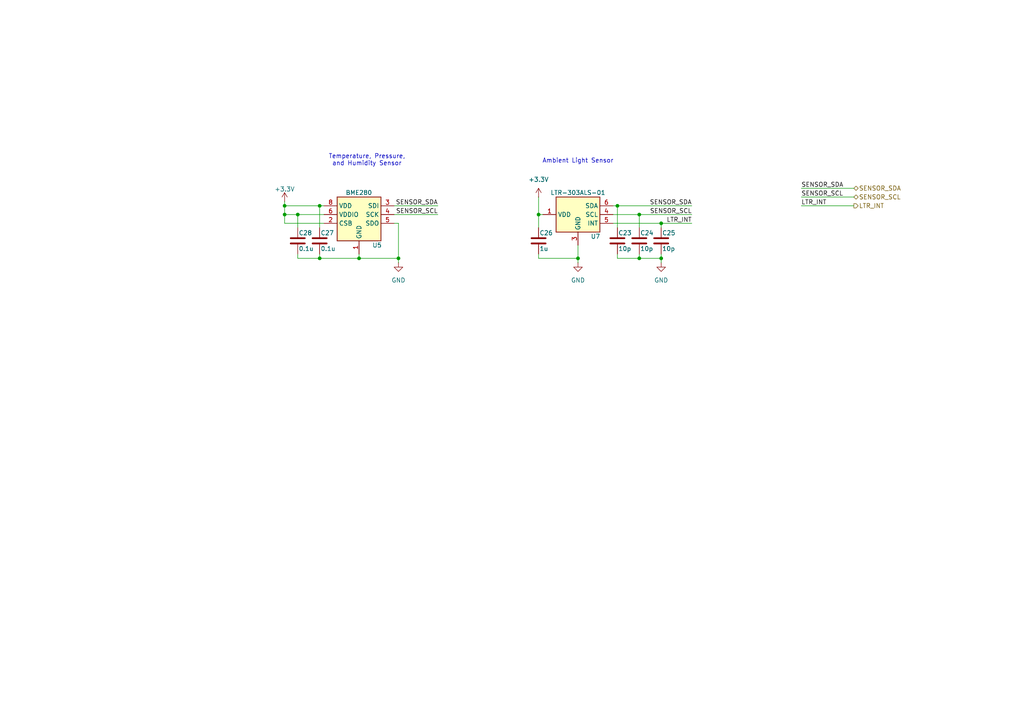
<source format=kicad_sch>
(kicad_sch
	(version 20231120)
	(generator "eeschema")
	(generator_version "8.0")
	(uuid "52b5229e-cf63-4d43-b625-f8b67a0e7973")
	(paper "A4")
	(lib_symbols
		(symbol "Device:C"
			(pin_numbers hide)
			(pin_names
				(offset 0.254)
			)
			(exclude_from_sim no)
			(in_bom yes)
			(on_board yes)
			(property "Reference" "C"
				(at 0.635 2.54 0)
				(effects
					(font
						(size 1.27 1.27)
					)
					(justify left)
				)
			)
			(property "Value" "C"
				(at 0.635 -2.54 0)
				(effects
					(font
						(size 1.27 1.27)
					)
					(justify left)
				)
			)
			(property "Footprint" ""
				(at 0.9652 -3.81 0)
				(effects
					(font
						(size 1.27 1.27)
					)
					(hide yes)
				)
			)
			(property "Datasheet" "~"
				(at 0 0 0)
				(effects
					(font
						(size 1.27 1.27)
					)
					(hide yes)
				)
			)
			(property "Description" "Unpolarized capacitor"
				(at 0 0 0)
				(effects
					(font
						(size 1.27 1.27)
					)
					(hide yes)
				)
			)
			(property "ki_keywords" "cap capacitor"
				(at 0 0 0)
				(effects
					(font
						(size 1.27 1.27)
					)
					(hide yes)
				)
			)
			(property "ki_fp_filters" "C_*"
				(at 0 0 0)
				(effects
					(font
						(size 1.27 1.27)
					)
					(hide yes)
				)
			)
			(symbol "C_0_1"
				(polyline
					(pts
						(xy -2.032 -0.762) (xy 2.032 -0.762)
					)
					(stroke
						(width 0.508)
						(type default)
					)
					(fill
						(type none)
					)
				)
				(polyline
					(pts
						(xy -2.032 0.762) (xy 2.032 0.762)
					)
					(stroke
						(width 0.508)
						(type default)
					)
					(fill
						(type none)
					)
				)
			)
			(symbol "C_1_1"
				(pin passive line
					(at 0 3.81 270)
					(length 2.794)
					(name "~"
						(effects
							(font
								(size 1.27 1.27)
							)
						)
					)
					(number "1"
						(effects
							(font
								(size 1.27 1.27)
							)
						)
					)
				)
				(pin passive line
					(at 0 -3.81 90)
					(length 2.794)
					(name "~"
						(effects
							(font
								(size 1.27 1.27)
							)
						)
					)
					(number "2"
						(effects
							(font
								(size 1.27 1.27)
							)
						)
					)
				)
			)
		)
		(symbol "Sensor:BME280"
			(exclude_from_sim no)
			(in_bom yes)
			(on_board yes)
			(property "Reference" "U5"
				(at 6.604 -7.62 0)
				(effects
					(font
						(size 1.27 1.27)
					)
					(justify right)
				)
			)
			(property "Value" "BME280"
				(at 3.81 7.366 0)
				(effects
					(font
						(size 1.27 1.27)
					)
					(justify right)
				)
			)
			(property "Footprint" "Package_LGA:Bosch_LGA-8_2.5x2.5mm_P0.65mm_ClockwisePinNumbering"
				(at 40.386 -21.844 0)
				(effects
					(font
						(size 1.27 1.27)
					)
					(hide yes)
				)
			)
			(property "Datasheet" "https://www.bosch-sensortec.com/media/boschsensortec/downloads/datasheets/bst-bme280-ds002.pdf"
				(at 58.42 -22.352 0)
				(effects
					(font
						(size 1.27 1.27)
					)
					(hide yes)
				)
			)
			(property "Description" "3-in-1 sensor, humidity, pressure, temperature, I2C and SPI interface, 1.71-3.6V, LGA-8"
				(at 51.054 -25.146 0)
				(effects
					(font
						(size 1.27 1.27)
					)
					(hide yes)
				)
			)
			(property "ki_keywords" "Bosch pressure humidity temperature environment environmental measurement digital"
				(at 0 0 0)
				(effects
					(font
						(size 1.27 1.27)
					)
					(hide yes)
				)
			)
			(property "ki_fp_filters" "*LGA*2.5x2.5mm*P0.65mm*Clockwise*"
				(at 0 0 0)
				(effects
					(font
						(size 1.27 1.27)
					)
					(hide yes)
				)
			)
			(symbol "BME280_0_1"
				(rectangle
					(start -6.35 6.35)
					(end 6.35 -6.35)
					(stroke
						(width 0.254)
						(type default)
					)
					(fill
						(type background)
					)
				)
			)
			(symbol "BME280_1_1"
				(pin power_in line
					(at 0 -10.16 90)
					(length 3.81)
					(name "GND"
						(effects
							(font
								(size 1.27 1.27)
							)
						)
					)
					(number "1"
						(effects
							(font
								(size 1.27 1.27)
							)
						)
					)
				)
				(pin input line
					(at -10.16 -1.27 0)
					(length 3.81)
					(name "CSB"
						(effects
							(font
								(size 1.27 1.27)
							)
						)
					)
					(number "2"
						(effects
							(font
								(size 1.27 1.27)
							)
						)
					)
				)
				(pin bidirectional line
					(at 10.16 3.81 180)
					(length 3.81)
					(name "SDI"
						(effects
							(font
								(size 1.27 1.27)
							)
						)
					)
					(number "3"
						(effects
							(font
								(size 1.27 1.27)
							)
						)
					)
				)
				(pin input line
					(at 10.16 1.27 180)
					(length 3.81)
					(name "SCK"
						(effects
							(font
								(size 1.27 1.27)
							)
						)
					)
					(number "4"
						(effects
							(font
								(size 1.27 1.27)
							)
						)
					)
				)
				(pin bidirectional line
					(at 10.16 -1.27 180)
					(length 3.81)
					(name "SDO"
						(effects
							(font
								(size 1.27 1.27)
							)
						)
					)
					(number "5"
						(effects
							(font
								(size 1.27 1.27)
							)
						)
					)
				)
				(pin power_in line
					(at -10.16 1.27 0)
					(length 3.81)
					(name "VDDIO"
						(effects
							(font
								(size 1.27 1.27)
							)
						)
					)
					(number "6"
						(effects
							(font
								(size 1.27 1.27)
							)
						)
					)
				)
				(pin power_in line
					(at 0 -10.16 90)
					(length 3.81) hide
					(name "GND"
						(effects
							(font
								(size 1.27 1.27)
							)
						)
					)
					(number "7"
						(effects
							(font
								(size 1.27 1.27)
							)
						)
					)
				)
				(pin power_in line
					(at -10.16 3.81 0)
					(length 3.81)
					(name "VDD"
						(effects
							(font
								(size 1.27 1.27)
							)
						)
					)
					(number "8"
						(effects
							(font
								(size 1.27 1.27)
							)
						)
					)
				)
			)
		)
		(symbol "Sensor_Optical:LTR-303ALS-01"
			(exclude_from_sim no)
			(in_bom yes)
			(on_board yes)
			(property "Reference" "U7"
				(at 5.08 -6.35 0)
				(effects
					(font
						(size 1.27 1.27)
					)
				)
			)
			(property "Value" "LTR-303ALS-01"
				(at 0 6.35 0)
				(effects
					(font
						(size 1.27 1.27)
					)
				)
			)
			(property "Footprint" "OptoDevice:Lite-On_LTR-303ALS-01"
				(at 30.988 17.272 0)
				(effects
					(font
						(size 1.27 1.27)
					)
					(hide yes)
				)
			)
			(property "Datasheet" "https://optoelectronics.liteon.com/upload/download/DS86-2013-0004/LTR-303ALS-01_DS_V1.pdf"
				(at 64.262 13.97 0)
				(effects
					(font
						(size 1.27 1.27)
					)
					(hide yes)
				)
			)
			(property "Description" "ambient light sensor, i2c interface, 0.01 to 64k lux, 2.4-3.6V"
				(at 44.45 10.668 0)
				(effects
					(font
						(size 1.27 1.27)
					)
					(hide yes)
				)
			)
			(property "ki_keywords" "ambient light sensor i2c"
				(at 0 0 0)
				(effects
					(font
						(size 1.27 1.27)
					)
					(hide yes)
				)
			)
			(property "ki_fp_filters" "Lite*On*LTR*303ALS*01*"
				(at 0 0 0)
				(effects
					(font
						(size 1.27 1.27)
					)
					(hide yes)
				)
			)
			(symbol "LTR-303ALS-01_0_1"
				(rectangle
					(start -6.35 5.08)
					(end 6.35 -5.08)
					(stroke
						(width 0.254)
						(type default)
					)
					(fill
						(type background)
					)
				)
			)
			(symbol "LTR-303ALS-01_1_1"
				(pin power_in line
					(at -10.16 0 0)
					(length 3.81)
					(name "VDD"
						(effects
							(font
								(size 1.27 1.27)
							)
						)
					)
					(number "1"
						(effects
							(font
								(size 1.27 1.27)
							)
						)
					)
				)
				(pin no_connect line
					(at -10.16 -2.54 0)
					(length 3.81) hide
					(name "NC"
						(effects
							(font
								(size 1.27 1.27)
							)
						)
					)
					(number "2"
						(effects
							(font
								(size 1.27 1.27)
							)
						)
					)
				)
				(pin power_in line
					(at 0 -8.89 90)
					(length 3.81)
					(name "GND"
						(effects
							(font
								(size 1.27 1.27)
							)
						)
					)
					(number "3"
						(effects
							(font
								(size 1.27 1.27)
							)
						)
					)
				)
				(pin input line
					(at 10.16 0 180)
					(length 3.81)
					(name "SCL"
						(effects
							(font
								(size 1.27 1.27)
							)
						)
					)
					(number "4"
						(effects
							(font
								(size 1.27 1.27)
							)
						)
					)
				)
				(pin open_collector line
					(at 10.16 -2.54 180)
					(length 3.81)
					(name "INT"
						(effects
							(font
								(size 1.27 1.27)
							)
						)
					)
					(number "5"
						(effects
							(font
								(size 1.27 1.27)
							)
						)
					)
				)
				(pin bidirectional line
					(at 10.16 2.54 180)
					(length 3.81)
					(name "SDA"
						(effects
							(font
								(size 1.27 1.27)
							)
						)
					)
					(number "6"
						(effects
							(font
								(size 1.27 1.27)
							)
						)
					)
				)
			)
		)
		(symbol "power:+3.3V"
			(power)
			(pin_numbers hide)
			(pin_names
				(offset 0) hide)
			(exclude_from_sim no)
			(in_bom yes)
			(on_board yes)
			(property "Reference" "#PWR"
				(at 0 -3.81 0)
				(effects
					(font
						(size 1.27 1.27)
					)
					(hide yes)
				)
			)
			(property "Value" "+3.3V"
				(at 0 3.556 0)
				(effects
					(font
						(size 1.27 1.27)
					)
				)
			)
			(property "Footprint" ""
				(at 0 0 0)
				(effects
					(font
						(size 1.27 1.27)
					)
					(hide yes)
				)
			)
			(property "Datasheet" ""
				(at 0 0 0)
				(effects
					(font
						(size 1.27 1.27)
					)
					(hide yes)
				)
			)
			(property "Description" "Power symbol creates a global label with name \"+3.3V\""
				(at 0 0 0)
				(effects
					(font
						(size 1.27 1.27)
					)
					(hide yes)
				)
			)
			(property "ki_keywords" "global power"
				(at 0 0 0)
				(effects
					(font
						(size 1.27 1.27)
					)
					(hide yes)
				)
			)
			(symbol "+3.3V_0_1"
				(polyline
					(pts
						(xy -0.762 1.27) (xy 0 2.54)
					)
					(stroke
						(width 0)
						(type default)
					)
					(fill
						(type none)
					)
				)
				(polyline
					(pts
						(xy 0 0) (xy 0 2.54)
					)
					(stroke
						(width 0)
						(type default)
					)
					(fill
						(type none)
					)
				)
				(polyline
					(pts
						(xy 0 2.54) (xy 0.762 1.27)
					)
					(stroke
						(width 0)
						(type default)
					)
					(fill
						(type none)
					)
				)
			)
			(symbol "+3.3V_1_1"
				(pin power_in line
					(at 0 0 90)
					(length 0)
					(name "~"
						(effects
							(font
								(size 1.27 1.27)
							)
						)
					)
					(number "1"
						(effects
							(font
								(size 1.27 1.27)
							)
						)
					)
				)
			)
		)
		(symbol "power:GND"
			(power)
			(pin_numbers hide)
			(pin_names
				(offset 0) hide)
			(exclude_from_sim no)
			(in_bom yes)
			(on_board yes)
			(property "Reference" "#PWR"
				(at 0 -6.35 0)
				(effects
					(font
						(size 1.27 1.27)
					)
					(hide yes)
				)
			)
			(property "Value" "GND"
				(at 0 -3.81 0)
				(effects
					(font
						(size 1.27 1.27)
					)
				)
			)
			(property "Footprint" ""
				(at 0 0 0)
				(effects
					(font
						(size 1.27 1.27)
					)
					(hide yes)
				)
			)
			(property "Datasheet" ""
				(at 0 0 0)
				(effects
					(font
						(size 1.27 1.27)
					)
					(hide yes)
				)
			)
			(property "Description" "Power symbol creates a global label with name \"GND\" , ground"
				(at 0 0 0)
				(effects
					(font
						(size 1.27 1.27)
					)
					(hide yes)
				)
			)
			(property "ki_keywords" "global power"
				(at 0 0 0)
				(effects
					(font
						(size 1.27 1.27)
					)
					(hide yes)
				)
			)
			(symbol "GND_0_1"
				(polyline
					(pts
						(xy 0 0) (xy 0 -1.27) (xy 1.27 -1.27) (xy 0 -2.54) (xy -1.27 -1.27) (xy 0 -1.27)
					)
					(stroke
						(width 0)
						(type default)
					)
					(fill
						(type none)
					)
				)
			)
			(symbol "GND_1_1"
				(pin power_in line
					(at 0 0 270)
					(length 0)
					(name "~"
						(effects
							(font
								(size 1.27 1.27)
							)
						)
					)
					(number "1"
						(effects
							(font
								(size 1.27 1.27)
							)
						)
					)
				)
			)
		)
	)
	(junction
		(at 86.36 62.23)
		(diameter 0)
		(color 0 0 0 0)
		(uuid "1779f518-c09b-4081-9dbd-be8d85b04985")
	)
	(junction
		(at 185.42 62.23)
		(diameter 0)
		(color 0 0 0 0)
		(uuid "6093fbc8-f7c2-463a-bcc6-b57650ebb2a1")
	)
	(junction
		(at 92.71 59.69)
		(diameter 0)
		(color 0 0 0 0)
		(uuid "63809b94-baf3-4ee8-86ff-1ad7c2481210")
	)
	(junction
		(at 156.21 62.23)
		(diameter 0)
		(color 0 0 0 0)
		(uuid "9517e601-1f20-439b-980f-bb8427af0a79")
	)
	(junction
		(at 82.55 62.23)
		(diameter 0)
		(color 0 0 0 0)
		(uuid "a04b1aa7-68d2-484b-b5d2-722e8bef9682")
	)
	(junction
		(at 179.07 59.69)
		(diameter 0)
		(color 0 0 0 0)
		(uuid "a57e97f1-3c4f-4f8c-ae85-c604edee5fd1")
	)
	(junction
		(at 191.77 64.77)
		(diameter 0)
		(color 0 0 0 0)
		(uuid "aa25312d-ec34-44bd-9ed2-ec71e5251f38")
	)
	(junction
		(at 167.64 74.93)
		(diameter 0)
		(color 0 0 0 0)
		(uuid "b23a35c8-cef1-4f7b-9443-3baa463d2d90")
	)
	(junction
		(at 92.71 74.93)
		(diameter 0)
		(color 0 0 0 0)
		(uuid "bdeba52e-b965-49df-92e6-809b25ff6014")
	)
	(junction
		(at 185.42 74.93)
		(diameter 0)
		(color 0 0 0 0)
		(uuid "c03d19d4-306f-4ae8-9eaa-d2adf1cdaaf6")
	)
	(junction
		(at 82.55 59.69)
		(diameter 0)
		(color 0 0 0 0)
		(uuid "c4e4f68c-e514-4a04-82e2-e34c6b964315")
	)
	(junction
		(at 191.77 74.93)
		(diameter 0)
		(color 0 0 0 0)
		(uuid "c5450203-b5dd-41d0-b006-f5f0b852ae10")
	)
	(junction
		(at 104.14 74.93)
		(diameter 0)
		(color 0 0 0 0)
		(uuid "c8a4514c-fd39-447e-92b3-b82bee401074")
	)
	(junction
		(at 115.57 74.93)
		(diameter 0)
		(color 0 0 0 0)
		(uuid "de7676cf-a0ce-4df0-9bcd-0bb5abb7af2e")
	)
	(wire
		(pts
			(xy 86.36 74.93) (xy 92.71 74.93)
		)
		(stroke
			(width 0)
			(type default)
		)
		(uuid "0e69d07f-3866-4f07-b55a-6bbe24606d75")
	)
	(wire
		(pts
			(xy 185.42 62.23) (xy 185.42 66.04)
		)
		(stroke
			(width 0)
			(type default)
		)
		(uuid "1f2ef68c-040d-4b0f-b5c9-cc76967fb1bc")
	)
	(wire
		(pts
			(xy 191.77 64.77) (xy 200.66 64.77)
		)
		(stroke
			(width 0)
			(type default)
		)
		(uuid "21e096bd-5e40-48e6-b808-df7dd0c4f67b")
	)
	(wire
		(pts
			(xy 232.41 54.61) (xy 247.65 54.61)
		)
		(stroke
			(width 0)
			(type default)
		)
		(uuid "2d53885a-1cbc-4ce7-940e-d95255a89efd")
	)
	(wire
		(pts
			(xy 177.8 62.23) (xy 185.42 62.23)
		)
		(stroke
			(width 0)
			(type default)
		)
		(uuid "2e45ce08-f680-43e3-88da-e2a738412166")
	)
	(wire
		(pts
			(xy 92.71 74.93) (xy 104.14 74.93)
		)
		(stroke
			(width 0)
			(type default)
		)
		(uuid "3f8243b6-5106-4983-b80b-a95f265e1381")
	)
	(wire
		(pts
			(xy 82.55 59.69) (xy 92.71 59.69)
		)
		(stroke
			(width 0)
			(type default)
		)
		(uuid "4393caa4-0dc4-4979-9a29-5876ddd9ae76")
	)
	(wire
		(pts
			(xy 167.64 76.2) (xy 167.64 74.93)
		)
		(stroke
			(width 0)
			(type default)
		)
		(uuid "4dc76455-cce5-42cc-987c-5c61eb431060")
	)
	(wire
		(pts
			(xy 92.71 59.69) (xy 92.71 66.04)
		)
		(stroke
			(width 0)
			(type default)
		)
		(uuid "526d47e1-daa1-41ad-ad1d-a98848bb9747")
	)
	(wire
		(pts
			(xy 86.36 62.23) (xy 86.36 66.04)
		)
		(stroke
			(width 0)
			(type default)
		)
		(uuid "54d9bffe-0420-4d82-b2e0-83b38c5cf7df")
	)
	(wire
		(pts
			(xy 232.41 59.69) (xy 247.65 59.69)
		)
		(stroke
			(width 0)
			(type default)
		)
		(uuid "565ba4ca-54bd-45dd-96ed-4ac53eb508a1")
	)
	(wire
		(pts
			(xy 185.42 74.93) (xy 179.07 74.93)
		)
		(stroke
			(width 0)
			(type default)
		)
		(uuid "574cff12-42a7-4b81-995c-6e87007466ef")
	)
	(wire
		(pts
			(xy 82.55 58.42) (xy 82.55 59.69)
		)
		(stroke
			(width 0)
			(type default)
		)
		(uuid "67d91b4d-1ab0-40d4-9d94-74a65d3d0bcc")
	)
	(wire
		(pts
			(xy 232.41 57.15) (xy 247.65 57.15)
		)
		(stroke
			(width 0)
			(type default)
		)
		(uuid "7394e7ef-4212-4e4a-bf04-74973d6bde83")
	)
	(wire
		(pts
			(xy 179.07 59.69) (xy 200.66 59.69)
		)
		(stroke
			(width 0)
			(type default)
		)
		(uuid "75e20827-b948-4310-ad45-56e58c1f4ad5")
	)
	(wire
		(pts
			(xy 114.3 59.69) (xy 127 59.69)
		)
		(stroke
			(width 0)
			(type default)
		)
		(uuid "7ba1810e-e0da-4280-9094-9bedf48050d1")
	)
	(wire
		(pts
			(xy 114.3 62.23) (xy 127 62.23)
		)
		(stroke
			(width 0)
			(type default)
		)
		(uuid "7c26f0cf-cf24-4f59-96af-d74d8e3f7d2b")
	)
	(wire
		(pts
			(xy 82.55 62.23) (xy 86.36 62.23)
		)
		(stroke
			(width 0)
			(type default)
		)
		(uuid "7cb156f3-c38c-4b11-941e-e11bb0605e5c")
	)
	(wire
		(pts
			(xy 177.8 64.77) (xy 191.77 64.77)
		)
		(stroke
			(width 0)
			(type default)
		)
		(uuid "7d210a82-3353-4734-896b-9593ddb07488")
	)
	(wire
		(pts
			(xy 115.57 74.93) (xy 115.57 76.2)
		)
		(stroke
			(width 0)
			(type default)
		)
		(uuid "84ff75de-3b9f-4995-9880-661c54cd6818")
	)
	(wire
		(pts
			(xy 115.57 64.77) (xy 115.57 74.93)
		)
		(stroke
			(width 0)
			(type default)
		)
		(uuid "9154a30b-e613-432d-9df4-4937216bb653")
	)
	(wire
		(pts
			(xy 92.71 59.69) (xy 93.98 59.69)
		)
		(stroke
			(width 0)
			(type default)
		)
		(uuid "acda860f-2304-4680-b65c-d6c211861afd")
	)
	(wire
		(pts
			(xy 115.57 74.93) (xy 104.14 74.93)
		)
		(stroke
			(width 0)
			(type default)
		)
		(uuid "b4a1424b-e82c-44a1-b098-c286e46a6c61")
	)
	(wire
		(pts
			(xy 177.8 59.69) (xy 179.07 59.69)
		)
		(stroke
			(width 0)
			(type default)
		)
		(uuid "b95dc4bc-9eba-43c1-a2fe-3fe0c563c61b")
	)
	(wire
		(pts
			(xy 179.07 59.69) (xy 179.07 66.04)
		)
		(stroke
			(width 0)
			(type default)
		)
		(uuid "bb202bde-0900-483e-9c27-7ba8fdfd9143")
	)
	(wire
		(pts
			(xy 92.71 73.66) (xy 92.71 74.93)
		)
		(stroke
			(width 0)
			(type default)
		)
		(uuid "bb6fce91-a57b-4bc1-8280-6cdacf18beac")
	)
	(wire
		(pts
			(xy 156.21 62.23) (xy 156.21 66.04)
		)
		(stroke
			(width 0)
			(type default)
		)
		(uuid "bc14e84e-f6b6-4f24-8b2f-c85217693884")
	)
	(wire
		(pts
			(xy 82.55 59.69) (xy 82.55 62.23)
		)
		(stroke
			(width 0)
			(type default)
		)
		(uuid "bc56c3a6-96fc-446e-87e3-501adcf656ce")
	)
	(wire
		(pts
			(xy 191.77 64.77) (xy 191.77 66.04)
		)
		(stroke
			(width 0)
			(type default)
		)
		(uuid "c12f32be-7653-42af-b105-afa6f352289e")
	)
	(wire
		(pts
			(xy 185.42 73.66) (xy 185.42 74.93)
		)
		(stroke
			(width 0)
			(type default)
		)
		(uuid "c420c384-8853-4593-949f-ef9a5ad6eb4a")
	)
	(wire
		(pts
			(xy 185.42 62.23) (xy 200.66 62.23)
		)
		(stroke
			(width 0)
			(type default)
		)
		(uuid "c44e8b3b-2869-47fd-a815-8ae361a89600")
	)
	(wire
		(pts
			(xy 82.55 62.23) (xy 82.55 64.77)
		)
		(stroke
			(width 0)
			(type default)
		)
		(uuid "c7de2971-9b5d-43f8-94e5-605257d7281e")
	)
	(wire
		(pts
			(xy 115.57 64.77) (xy 114.3 64.77)
		)
		(stroke
			(width 0)
			(type default)
		)
		(uuid "c87a4489-8e5d-45ff-a04e-addd6db1355a")
	)
	(wire
		(pts
			(xy 191.77 74.93) (xy 185.42 74.93)
		)
		(stroke
			(width 0)
			(type default)
		)
		(uuid "cf50f061-a666-4a84-a332-48af2efa1a4b")
	)
	(wire
		(pts
			(xy 86.36 62.23) (xy 93.98 62.23)
		)
		(stroke
			(width 0)
			(type default)
		)
		(uuid "d1249df3-9b5c-4c38-b8fe-aa9f9d7e2600")
	)
	(wire
		(pts
			(xy 191.77 74.93) (xy 191.77 73.66)
		)
		(stroke
			(width 0)
			(type default)
		)
		(uuid "d37851de-5983-4933-8a1a-3a9d348a54a4")
	)
	(wire
		(pts
			(xy 86.36 74.93) (xy 86.36 73.66)
		)
		(stroke
			(width 0)
			(type default)
		)
		(uuid "d472ebb2-e718-46a7-bbed-f6822a34f1ee")
	)
	(wire
		(pts
			(xy 156.21 57.15) (xy 156.21 62.23)
		)
		(stroke
			(width 0)
			(type default)
		)
		(uuid "d7fd1c0d-de3b-4e98-af9d-4b4dd438fd18")
	)
	(wire
		(pts
			(xy 179.07 74.93) (xy 179.07 73.66)
		)
		(stroke
			(width 0)
			(type default)
		)
		(uuid "db738cea-7a5f-43be-ae14-c9ed769bb602")
	)
	(wire
		(pts
			(xy 191.77 74.93) (xy 191.77 76.2)
		)
		(stroke
			(width 0)
			(type default)
		)
		(uuid "dbd925db-83cd-49b1-832f-f36e7878022f")
	)
	(wire
		(pts
			(xy 156.21 74.93) (xy 167.64 74.93)
		)
		(stroke
			(width 0)
			(type default)
		)
		(uuid "ddcdf644-4b84-45d2-9529-8c0c52df9105")
	)
	(wire
		(pts
			(xy 156.21 62.23) (xy 157.48 62.23)
		)
		(stroke
			(width 0)
			(type default)
		)
		(uuid "df1aee67-7ab0-447c-b7d4-c82effcfd858")
	)
	(wire
		(pts
			(xy 104.14 73.66) (xy 104.14 74.93)
		)
		(stroke
			(width 0)
			(type default)
		)
		(uuid "e138e785-13f8-4004-bea4-41cd4033e9b0")
	)
	(wire
		(pts
			(xy 156.21 73.66) (xy 156.21 74.93)
		)
		(stroke
			(width 0)
			(type default)
		)
		(uuid "e9563a51-8642-4065-89af-aeef87f4d506")
	)
	(wire
		(pts
			(xy 82.55 64.77) (xy 93.98 64.77)
		)
		(stroke
			(width 0)
			(type default)
		)
		(uuid "e9a338b5-a26f-40a7-afb4-a9fb149854ce")
	)
	(wire
		(pts
			(xy 167.64 71.12) (xy 167.64 74.93)
		)
		(stroke
			(width 0)
			(type default)
		)
		(uuid "feec5727-487c-40c8-bf9e-4f78858c4dce")
	)
	(text "Ambient Light Sensor"
		(exclude_from_sim no)
		(at 167.64 46.736 0)
		(effects
			(font
				(size 1.27 1.27)
			)
		)
		(uuid "94b968e7-42b5-4e18-9f9b-3c77bfe9ce4f")
	)
	(text "Temperature, Pressure,\nand Humidity Sensor"
		(exclude_from_sim no)
		(at 106.426 46.482 0)
		(effects
			(font
				(size 1.27 1.27)
			)
		)
		(uuid "aaf32131-d80d-4b1f-87d7-cbb3a0f3105c")
	)
	(label "SENSOR_SDA"
		(at 127 59.69 180)
		(fields_autoplaced yes)
		(effects
			(font
				(size 1.27 1.27)
			)
			(justify right bottom)
		)
		(uuid "004635c0-a92b-4eb2-b506-ea47062c4025")
	)
	(label "SENSOR_SDA"
		(at 232.41 54.61 0)
		(fields_autoplaced yes)
		(effects
			(font
				(size 1.27 1.27)
			)
			(justify left bottom)
		)
		(uuid "068d6118-4f86-4a8a-941c-ba8714efdfbe")
	)
	(label "SENSOR_SCL"
		(at 200.66 62.23 180)
		(fields_autoplaced yes)
		(effects
			(font
				(size 1.27 1.27)
			)
			(justify right bottom)
		)
		(uuid "35c76d53-030d-4f14-8e30-bada79ee367d")
	)
	(label "SENSOR_SCL"
		(at 127 62.23 180)
		(fields_autoplaced yes)
		(effects
			(font
				(size 1.27 1.27)
			)
			(justify right bottom)
		)
		(uuid "59c370e0-f2b0-4890-a5b9-76e3220f1a9f")
	)
	(label "SENSOR_SCL"
		(at 232.41 57.15 0)
		(fields_autoplaced yes)
		(effects
			(font
				(size 1.27 1.27)
			)
			(justify left bottom)
		)
		(uuid "5c8f0a8b-057d-4d5a-9463-9c4d40772508")
	)
	(label "LTR_INT"
		(at 200.66 64.77 180)
		(fields_autoplaced yes)
		(effects
			(font
				(size 1.27 1.27)
			)
			(justify right bottom)
		)
		(uuid "81037174-80cc-47fe-97bf-4f3338d48bd6")
	)
	(label "LTR_INT"
		(at 232.41 59.69 0)
		(fields_autoplaced yes)
		(effects
			(font
				(size 1.27 1.27)
			)
			(justify left bottom)
		)
		(uuid "ae452f98-5a79-4c5c-937a-e7415f0e9a32")
	)
	(label "SENSOR_SDA"
		(at 200.66 59.69 180)
		(fields_autoplaced yes)
		(effects
			(font
				(size 1.27 1.27)
			)
			(justify right bottom)
		)
		(uuid "e9d7ebd2-1f91-47f4-bd78-e2a17c3ed713")
	)
	(hierarchical_label "SENSOR_SCL"
		(shape bidirectional)
		(at 247.65 57.15 0)
		(fields_autoplaced yes)
		(effects
			(font
				(size 1.27 1.27)
			)
			(justify left)
		)
		(uuid "79db8de5-8ee9-479e-b32b-a81cf154e1cc")
	)
	(hierarchical_label "SENSOR_SDA"
		(shape bidirectional)
		(at 247.65 54.61 0)
		(fields_autoplaced yes)
		(effects
			(font
				(size 1.27 1.27)
			)
			(justify left)
		)
		(uuid "981fbeb1-607d-4b45-bcdf-66f3855e1499")
	)
	(hierarchical_label "LTR_INT"
		(shape output)
		(at 247.65 59.69 0)
		(fields_autoplaced yes)
		(effects
			(font
				(size 1.27 1.27)
			)
			(justify left)
		)
		(uuid "a006820d-5d14-40e8-a9ed-ae95d51494b4")
	)
	(symbol
		(lib_id "power:+3.3V")
		(at 82.55 58.42 0)
		(unit 1)
		(exclude_from_sim no)
		(in_bom yes)
		(on_board yes)
		(dnp no)
		(uuid "3537c3fd-e4b8-463a-b8f2-a7d909a7078c")
		(property "Reference" "#PWR036"
			(at 82.55 62.23 0)
			(effects
				(font
					(size 1.27 1.27)
				)
				(hide yes)
			)
		)
		(property "Value" "+3.3V"
			(at 82.55 54.864 0)
			(effects
				(font
					(size 1.27 1.27)
				)
			)
		)
		(property "Footprint" ""
			(at 82.55 58.42 0)
			(effects
				(font
					(size 1.27 1.27)
				)
				(hide yes)
			)
		)
		(property "Datasheet" ""
			(at 82.55 58.42 0)
			(effects
				(font
					(size 1.27 1.27)
				)
				(hide yes)
			)
		)
		(property "Description" "Power symbol creates a global label with name \"+3.3V\""
			(at 82.55 58.42 0)
			(effects
				(font
					(size 1.27 1.27)
				)
				(hide yes)
			)
		)
		(pin "1"
			(uuid "aaa0a34f-0725-4ca7-a8e8-91eb9ef1655f")
		)
		(instances
			(project ""
				(path "/189669a5-f2fc-4cde-9413-8df80c557655/025b3f1d-1c69-4755-9ee3-1a2f3fe0f3ba"
					(reference "#PWR036")
					(unit 1)
				)
			)
		)
	)
	(symbol
		(lib_id "power:+3.3V")
		(at 156.21 57.15 0)
		(unit 1)
		(exclude_from_sim no)
		(in_bom yes)
		(on_board yes)
		(dnp no)
		(fields_autoplaced yes)
		(uuid "45f22f26-fb9a-409a-affb-b59f7814e183")
		(property "Reference" "#PWR051"
			(at 156.21 60.96 0)
			(effects
				(font
					(size 1.27 1.27)
				)
				(hide yes)
			)
		)
		(property "Value" "+3.3V"
			(at 156.21 52.07 0)
			(effects
				(font
					(size 1.27 1.27)
				)
			)
		)
		(property "Footprint" ""
			(at 156.21 57.15 0)
			(effects
				(font
					(size 1.27 1.27)
				)
				(hide yes)
			)
		)
		(property "Datasheet" ""
			(at 156.21 57.15 0)
			(effects
				(font
					(size 1.27 1.27)
				)
				(hide yes)
			)
		)
		(property "Description" "Power symbol creates a global label with name \"+3.3V\""
			(at 156.21 57.15 0)
			(effects
				(font
					(size 1.27 1.27)
				)
				(hide yes)
			)
		)
		(pin "1"
			(uuid "9ceb7b41-7adc-4b4f-b532-26d7b218019d")
		)
		(instances
			(project "GreenNet"
				(path "/189669a5-f2fc-4cde-9413-8df80c557655/025b3f1d-1c69-4755-9ee3-1a2f3fe0f3ba"
					(reference "#PWR051")
					(unit 1)
				)
			)
		)
	)
	(symbol
		(lib_id "Device:C")
		(at 179.07 69.85 0)
		(unit 1)
		(exclude_from_sim no)
		(in_bom yes)
		(on_board yes)
		(dnp no)
		(uuid "4636af3c-d07b-4b5c-a20c-1ccf2e836057")
		(property "Reference" "C23"
			(at 179.324 67.564 0)
			(effects
				(font
					(size 1.27 1.27)
				)
				(justify left)
			)
		)
		(property "Value" "10p"
			(at 179.324 72.136 0)
			(effects
				(font
					(size 1.27 1.27)
				)
				(justify left)
			)
		)
		(property "Footprint" "Capacitor_SMD:C_0805_2012Metric"
			(at 180.0352 73.66 0)
			(effects
				(font
					(size 1.27 1.27)
				)
				(hide yes)
			)
		)
		(property "Datasheet" "~"
			(at 179.07 69.85 0)
			(effects
				(font
					(size 1.27 1.27)
				)
				(hide yes)
			)
		)
		(property "Description" "Unpolarized capacitor"
			(at 179.07 69.85 0)
			(effects
				(font
					(size 1.27 1.27)
				)
				(hide yes)
			)
		)
		(pin "1"
			(uuid "d7f46765-77e6-481b-ba8a-03567047551e")
		)
		(pin "2"
			(uuid "e1032d03-1d61-4b17-8be6-bde9357a4885")
		)
		(instances
			(project "GreenNet"
				(path "/189669a5-f2fc-4cde-9413-8df80c557655/025b3f1d-1c69-4755-9ee3-1a2f3fe0f3ba"
					(reference "C23")
					(unit 1)
				)
			)
		)
	)
	(symbol
		(lib_id "Device:C")
		(at 156.21 69.85 0)
		(unit 1)
		(exclude_from_sim no)
		(in_bom yes)
		(on_board yes)
		(dnp no)
		(uuid "4c7aa51a-8e8b-42a6-9c07-12a1ab4063fb")
		(property "Reference" "C26"
			(at 156.464 67.564 0)
			(effects
				(font
					(size 1.27 1.27)
				)
				(justify left)
			)
		)
		(property "Value" "1u"
			(at 156.464 72.136 0)
			(effects
				(font
					(size 1.27 1.27)
				)
				(justify left)
			)
		)
		(property "Footprint" "Capacitor_SMD:C_0805_2012Metric"
			(at 157.1752 73.66 0)
			(effects
				(font
					(size 1.27 1.27)
				)
				(hide yes)
			)
		)
		(property "Datasheet" "~"
			(at 156.21 69.85 0)
			(effects
				(font
					(size 1.27 1.27)
				)
				(hide yes)
			)
		)
		(property "Description" "Unpolarized capacitor"
			(at 156.21 69.85 0)
			(effects
				(font
					(size 1.27 1.27)
				)
				(hide yes)
			)
		)
		(pin "1"
			(uuid "cee381c4-0e98-4961-a943-a9921c027f0c")
		)
		(pin "2"
			(uuid "4c10422a-5f5b-4f34-8efe-e2d64349258f")
		)
		(instances
			(project "GreenNet"
				(path "/189669a5-f2fc-4cde-9413-8df80c557655/025b3f1d-1c69-4755-9ee3-1a2f3fe0f3ba"
					(reference "C26")
					(unit 1)
				)
			)
		)
	)
	(symbol
		(lib_id "Device:C")
		(at 191.77 69.85 0)
		(unit 1)
		(exclude_from_sim no)
		(in_bom yes)
		(on_board yes)
		(dnp no)
		(uuid "6166312e-df34-4fee-8439-b8406c7804da")
		(property "Reference" "C25"
			(at 192.024 67.564 0)
			(effects
				(font
					(size 1.27 1.27)
				)
				(justify left)
			)
		)
		(property "Value" "10p"
			(at 192.024 72.136 0)
			(effects
				(font
					(size 1.27 1.27)
				)
				(justify left)
			)
		)
		(property "Footprint" "Capacitor_SMD:C_0805_2012Metric"
			(at 192.7352 73.66 0)
			(effects
				(font
					(size 1.27 1.27)
				)
				(hide yes)
			)
		)
		(property "Datasheet" "~"
			(at 191.77 69.85 0)
			(effects
				(font
					(size 1.27 1.27)
				)
				(hide yes)
			)
		)
		(property "Description" "Unpolarized capacitor"
			(at 191.77 69.85 0)
			(effects
				(font
					(size 1.27 1.27)
				)
				(hide yes)
			)
		)
		(pin "1"
			(uuid "83431aaf-0431-4e90-8ae8-03515d628785")
		)
		(pin "2"
			(uuid "258be0c7-934e-4d56-86c0-66a39a504900")
		)
		(instances
			(project "GreenNet"
				(path "/189669a5-f2fc-4cde-9413-8df80c557655/025b3f1d-1c69-4755-9ee3-1a2f3fe0f3ba"
					(reference "C25")
					(unit 1)
				)
			)
		)
	)
	(symbol
		(lib_id "Sensor:BME280")
		(at 104.14 63.5 0)
		(unit 1)
		(exclude_from_sim no)
		(in_bom yes)
		(on_board yes)
		(dnp no)
		(uuid "6ebb7db6-243f-4eb9-846b-d5bbb3632d5c")
		(property "Reference" "U5"
			(at 110.744 71.12 0)
			(effects
				(font
					(size 1.27 1.27)
				)
				(justify right)
			)
		)
		(property "Value" "BME280"
			(at 107.95 55.88 0)
			(effects
				(font
					(size 1.27 1.27)
				)
				(justify right)
			)
		)
		(property "Footprint" "Package_LGA:Bosch_LGA-8_2.5x2.5mm_P0.65mm_ClockwisePinNumbering"
			(at 144.526 85.344 0)
			(effects
				(font
					(size 1.27 1.27)
				)
				(hide yes)
			)
		)
		(property "Datasheet" "https://www.bosch-sensortec.com/media/boschsensortec/downloads/datasheets/bst-bme280-ds002.pdf"
			(at 162.56 85.852 0)
			(effects
				(font
					(size 1.27 1.27)
				)
				(hide yes)
			)
		)
		(property "Description" "3-in-1 sensor, humidity, pressure, temperature, I2C and SPI interface, 1.71-3.6V, LGA-8"
			(at 155.194 88.646 0)
			(effects
				(font
					(size 1.27 1.27)
				)
				(hide yes)
			)
		)
		(pin "1"
			(uuid "5ae2ddb6-9485-4660-800f-913d264f08e2")
		)
		(pin "8"
			(uuid "0c63789c-5282-47de-9c13-8d7aa9e3560b")
		)
		(pin "3"
			(uuid "a0779796-153f-4071-8353-0d494d81f91e")
		)
		(pin "7"
			(uuid "ce8b7d38-b4b0-4be9-b5c4-58f250448d3d")
		)
		(pin "2"
			(uuid "45cb5b5e-fa35-4484-85f5-6ee89fa59d8b")
		)
		(pin "4"
			(uuid "833aef0e-4496-4e9a-a744-9048a24f0ef1")
		)
		(pin "5"
			(uuid "875f9073-eb3d-4fa5-a035-9691c293a194")
		)
		(pin "6"
			(uuid "fb2121cd-c0f4-4729-a18f-745b684d821c")
		)
		(instances
			(project ""
				(path "/189669a5-f2fc-4cde-9413-8df80c557655/025b3f1d-1c69-4755-9ee3-1a2f3fe0f3ba"
					(reference "U5")
					(unit 1)
				)
			)
		)
	)
	(symbol
		(lib_id "Sensor_Optical:LTR-303ALS-01")
		(at 167.64 62.23 0)
		(unit 1)
		(exclude_from_sim no)
		(in_bom yes)
		(on_board yes)
		(dnp no)
		(fields_autoplaced yes)
		(uuid "701961d0-ee7a-4864-96e8-46d291801a62")
		(property "Reference" "U7"
			(at 172.72 68.58 0)
			(effects
				(font
					(size 1.27 1.27)
				)
			)
		)
		(property "Value" "LTR-303ALS-01"
			(at 167.64 55.88 0)
			(effects
				(font
					(size 1.27 1.27)
				)
			)
		)
		(property "Footprint" "OptoDevice:Lite-On_LTR-303ALS-01"
			(at 198.628 44.958 0)
			(effects
				(font
					(size 1.27 1.27)
				)
				(hide yes)
			)
		)
		(property "Datasheet" "https://optoelectronics.liteon.com/upload/download/DS86-2013-0004/LTR-303ALS-01_DS_V1.pdf"
			(at 231.902 48.26 0)
			(effects
				(font
					(size 1.27 1.27)
				)
				(hide yes)
			)
		)
		(property "Description" "ambient light sensor, i2c interface, 0.01 to 64k lux, 2.4-3.6V"
			(at 212.09 51.562 0)
			(effects
				(font
					(size 1.27 1.27)
				)
				(hide yes)
			)
		)
		(pin "2"
			(uuid "e28f0cf5-0ca7-4e03-9943-899203c88475")
		)
		(pin "1"
			(uuid "691e37d7-0d19-494d-a2fb-fdbb2cd07925")
		)
		(pin "6"
			(uuid "544e8adb-3acc-48c1-87a2-b268add6154b")
		)
		(pin "3"
			(uuid "cb965aa4-d746-4820-903a-41a2a95bb895")
		)
		(pin "4"
			(uuid "70bc3dea-3702-4ca5-8ab4-4ddd0a1e2988")
		)
		(pin "5"
			(uuid "7ef6402b-02c4-4bb9-aa47-36022c260e23")
		)
		(instances
			(project ""
				(path "/189669a5-f2fc-4cde-9413-8df80c557655/025b3f1d-1c69-4755-9ee3-1a2f3fe0f3ba"
					(reference "U7")
					(unit 1)
				)
			)
		)
	)
	(symbol
		(lib_id "Device:C")
		(at 86.36 69.85 0)
		(unit 1)
		(exclude_from_sim no)
		(in_bom yes)
		(on_board yes)
		(dnp no)
		(uuid "744077d3-e028-4a80-8c7a-3abe933f80af")
		(property "Reference" "C28"
			(at 86.614 67.564 0)
			(effects
				(font
					(size 1.27 1.27)
				)
				(justify left)
			)
		)
		(property "Value" "0.1u"
			(at 86.614 72.136 0)
			(effects
				(font
					(size 1.27 1.27)
				)
				(justify left)
			)
		)
		(property "Footprint" "Capacitor_SMD:C_0805_2012Metric"
			(at 87.3252 73.66 0)
			(effects
				(font
					(size 1.27 1.27)
				)
				(hide yes)
			)
		)
		(property "Datasheet" "~"
			(at 86.36 69.85 0)
			(effects
				(font
					(size 1.27 1.27)
				)
				(hide yes)
			)
		)
		(property "Description" "Unpolarized capacitor"
			(at 86.36 69.85 0)
			(effects
				(font
					(size 1.27 1.27)
				)
				(hide yes)
			)
		)
		(pin "1"
			(uuid "89c84e62-6f43-478b-a552-a9c4680bcfa8")
		)
		(pin "2"
			(uuid "8c16eb4e-7c3f-4a73-9dac-ec782134fd03")
		)
		(instances
			(project "GreenNet"
				(path "/189669a5-f2fc-4cde-9413-8df80c557655/025b3f1d-1c69-4755-9ee3-1a2f3fe0f3ba"
					(reference "C28")
					(unit 1)
				)
			)
		)
	)
	(symbol
		(lib_id "power:GND")
		(at 167.64 76.2 0)
		(unit 1)
		(exclude_from_sim no)
		(in_bom yes)
		(on_board yes)
		(dnp no)
		(fields_autoplaced yes)
		(uuid "78e82b5c-083e-47ab-b9d7-5b33f4b1a35c")
		(property "Reference" "#PWR045"
			(at 167.64 82.55 0)
			(effects
				(font
					(size 1.27 1.27)
				)
				(hide yes)
			)
		)
		(property "Value" "GND"
			(at 167.64 81.28 0)
			(effects
				(font
					(size 1.27 1.27)
				)
			)
		)
		(property "Footprint" ""
			(at 167.64 76.2 0)
			(effects
				(font
					(size 1.27 1.27)
				)
				(hide yes)
			)
		)
		(property "Datasheet" ""
			(at 167.64 76.2 0)
			(effects
				(font
					(size 1.27 1.27)
				)
				(hide yes)
			)
		)
		(property "Description" "Power symbol creates a global label with name \"GND\" , ground"
			(at 167.64 76.2 0)
			(effects
				(font
					(size 1.27 1.27)
				)
				(hide yes)
			)
		)
		(pin "1"
			(uuid "f65acab5-5d75-44b9-ab4f-8c53ac35a771")
		)
		(instances
			(project "GreenNet"
				(path "/189669a5-f2fc-4cde-9413-8df80c557655/025b3f1d-1c69-4755-9ee3-1a2f3fe0f3ba"
					(reference "#PWR045")
					(unit 1)
				)
			)
		)
	)
	(symbol
		(lib_id "power:GND")
		(at 115.57 76.2 0)
		(unit 1)
		(exclude_from_sim no)
		(in_bom yes)
		(on_board yes)
		(dnp no)
		(fields_autoplaced yes)
		(uuid "7b6cc1a3-100c-4e29-ae83-3913d21000b1")
		(property "Reference" "#PWR035"
			(at 115.57 82.55 0)
			(effects
				(font
					(size 1.27 1.27)
				)
				(hide yes)
			)
		)
		(property "Value" "GND"
			(at 115.57 81.28 0)
			(effects
				(font
					(size 1.27 1.27)
				)
			)
		)
		(property "Footprint" ""
			(at 115.57 76.2 0)
			(effects
				(font
					(size 1.27 1.27)
				)
				(hide yes)
			)
		)
		(property "Datasheet" ""
			(at 115.57 76.2 0)
			(effects
				(font
					(size 1.27 1.27)
				)
				(hide yes)
			)
		)
		(property "Description" "Power symbol creates a global label with name \"GND\" , ground"
			(at 115.57 76.2 0)
			(effects
				(font
					(size 1.27 1.27)
				)
				(hide yes)
			)
		)
		(pin "1"
			(uuid "a5fa9d8a-6d02-4e24-a1e1-2ee6ada5e275")
		)
		(instances
			(project ""
				(path "/189669a5-f2fc-4cde-9413-8df80c557655/025b3f1d-1c69-4755-9ee3-1a2f3fe0f3ba"
					(reference "#PWR035")
					(unit 1)
				)
			)
		)
	)
	(symbol
		(lib_id "Device:C")
		(at 185.42 69.85 0)
		(unit 1)
		(exclude_from_sim no)
		(in_bom yes)
		(on_board yes)
		(dnp no)
		(uuid "829728f8-cb03-4030-96a6-48960df85ca1")
		(property "Reference" "C24"
			(at 185.674 67.564 0)
			(effects
				(font
					(size 1.27 1.27)
				)
				(justify left)
			)
		)
		(property "Value" "10p"
			(at 185.674 72.136 0)
			(effects
				(font
					(size 1.27 1.27)
				)
				(justify left)
			)
		)
		(property "Footprint" "Capacitor_SMD:C_0805_2012Metric"
			(at 186.3852 73.66 0)
			(effects
				(font
					(size 1.27 1.27)
				)
				(hide yes)
			)
		)
		(property "Datasheet" "~"
			(at 185.42 69.85 0)
			(effects
				(font
					(size 1.27 1.27)
				)
				(hide yes)
			)
		)
		(property "Description" "Unpolarized capacitor"
			(at 185.42 69.85 0)
			(effects
				(font
					(size 1.27 1.27)
				)
				(hide yes)
			)
		)
		(pin "1"
			(uuid "4ee6761a-a0e8-4058-9291-235df2cce02b")
		)
		(pin "2"
			(uuid "7f5c63e7-3ebd-4c6e-ada7-9eaa4e990826")
		)
		(instances
			(project "GreenNet"
				(path "/189669a5-f2fc-4cde-9413-8df80c557655/025b3f1d-1c69-4755-9ee3-1a2f3fe0f3ba"
					(reference "C24")
					(unit 1)
				)
			)
		)
	)
	(symbol
		(lib_id "power:GND")
		(at 191.77 76.2 0)
		(unit 1)
		(exclude_from_sim no)
		(in_bom yes)
		(on_board yes)
		(dnp no)
		(fields_autoplaced yes)
		(uuid "8d38e5a8-107f-42eb-86e7-4a3963af4801")
		(property "Reference" "#PWR054"
			(at 191.77 82.55 0)
			(effects
				(font
					(size 1.27 1.27)
				)
				(hide yes)
			)
		)
		(property "Value" "GND"
			(at 191.77 81.28 0)
			(effects
				(font
					(size 1.27 1.27)
				)
			)
		)
		(property "Footprint" ""
			(at 191.77 76.2 0)
			(effects
				(font
					(size 1.27 1.27)
				)
				(hide yes)
			)
		)
		(property "Datasheet" ""
			(at 191.77 76.2 0)
			(effects
				(font
					(size 1.27 1.27)
				)
				(hide yes)
			)
		)
		(property "Description" "Power symbol creates a global label with name \"GND\" , ground"
			(at 191.77 76.2 0)
			(effects
				(font
					(size 1.27 1.27)
				)
				(hide yes)
			)
		)
		(pin "1"
			(uuid "b7a0f89e-e0e4-4764-9e54-771359729f23")
		)
		(instances
			(project ""
				(path "/189669a5-f2fc-4cde-9413-8df80c557655/025b3f1d-1c69-4755-9ee3-1a2f3fe0f3ba"
					(reference "#PWR054")
					(unit 1)
				)
			)
		)
	)
	(symbol
		(lib_id "Device:C")
		(at 92.71 69.85 0)
		(unit 1)
		(exclude_from_sim no)
		(in_bom yes)
		(on_board yes)
		(dnp no)
		(uuid "a26dcede-700a-429c-b9cb-ebc2928062c7")
		(property "Reference" "C27"
			(at 92.964 67.564 0)
			(effects
				(font
					(size 1.27 1.27)
				)
				(justify left)
			)
		)
		(property "Value" "0.1u"
			(at 92.964 72.136 0)
			(effects
				(font
					(size 1.27 1.27)
				)
				(justify left)
			)
		)
		(property "Footprint" "Capacitor_SMD:C_0805_2012Metric"
			(at 93.6752 73.66 0)
			(effects
				(font
					(size 1.27 1.27)
				)
				(hide yes)
			)
		)
		(property "Datasheet" "~"
			(at 92.71 69.85 0)
			(effects
				(font
					(size 1.27 1.27)
				)
				(hide yes)
			)
		)
		(property "Description" "Unpolarized capacitor"
			(at 92.71 69.85 0)
			(effects
				(font
					(size 1.27 1.27)
				)
				(hide yes)
			)
		)
		(pin "1"
			(uuid "971d1f4d-bbc0-4597-b871-2bd3aa00f497")
		)
		(pin "2"
			(uuid "1bb018f3-4927-4e22-b81e-8cc2e6b5f0be")
		)
		(instances
			(project "GreenNet"
				(path "/189669a5-f2fc-4cde-9413-8df80c557655/025b3f1d-1c69-4755-9ee3-1a2f3fe0f3ba"
					(reference "C27")
					(unit 1)
				)
			)
		)
	)
)

</source>
